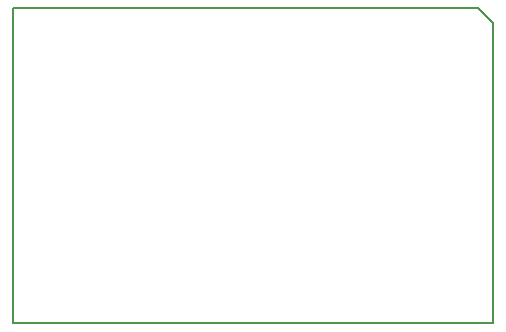
<source format=gbr>
%TF.GenerationSoftware,KiCad,Pcbnew,4.0.6-e0-6349~53~ubuntu14.04.1*%
%TF.CreationDate,2017-05-24T15:43:58+03:00*%
%TF.ProjectId,multivibrator,6D756C74697669627261746F722E6B69,rev?*%
%TF.FileFunction,Profile,NP*%
%FSLAX46Y46*%
G04 Gerber Fmt 4.6, Leading zero omitted, Abs format (unit mm)*
G04 Created by KiCad (PCBNEW 4.0.6-e0-6349~53~ubuntu14.04.1) date Wed May 24 15:43:58 2017*
%MOMM*%
%LPD*%
G01*
G04 APERTURE LIST*
%ADD10C,0.100000*%
%ADD11C,0.150000*%
G04 APERTURE END LIST*
D10*
D11*
X78740000Y-88900000D02*
X119380000Y-88900000D01*
X78740000Y-62230000D02*
X78740000Y-88900000D01*
X118110000Y-62230000D02*
X78740000Y-62230000D01*
X119380000Y-63500000D02*
X118110000Y-62230000D01*
X119380000Y-88900000D02*
X119380000Y-63500000D01*
M02*

</source>
